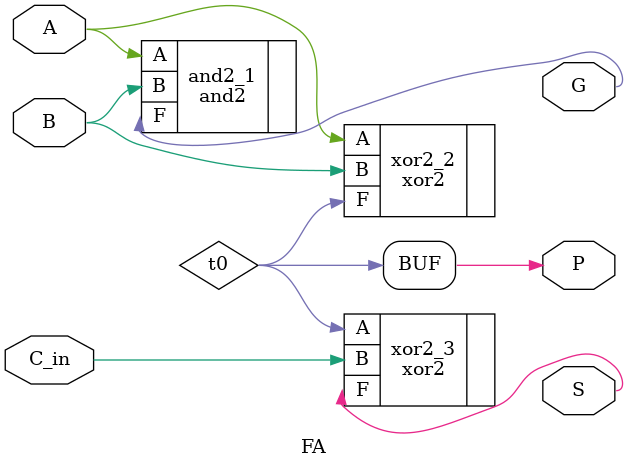
<source format=v>


`timescale 1ns / 1ps

module FA
(input A, B, C_in,
 output G, P, S);
 
 wire t0;

and2 and2_1(.A(A), .B(B), .F(G));
xor2 xor2_2(.A(A), .B(B), .F(t0));
xor2 xor2_3(.A(t0), .B(C_in), .F(S));
assign{P}=t0;
 

endmodule

</source>
